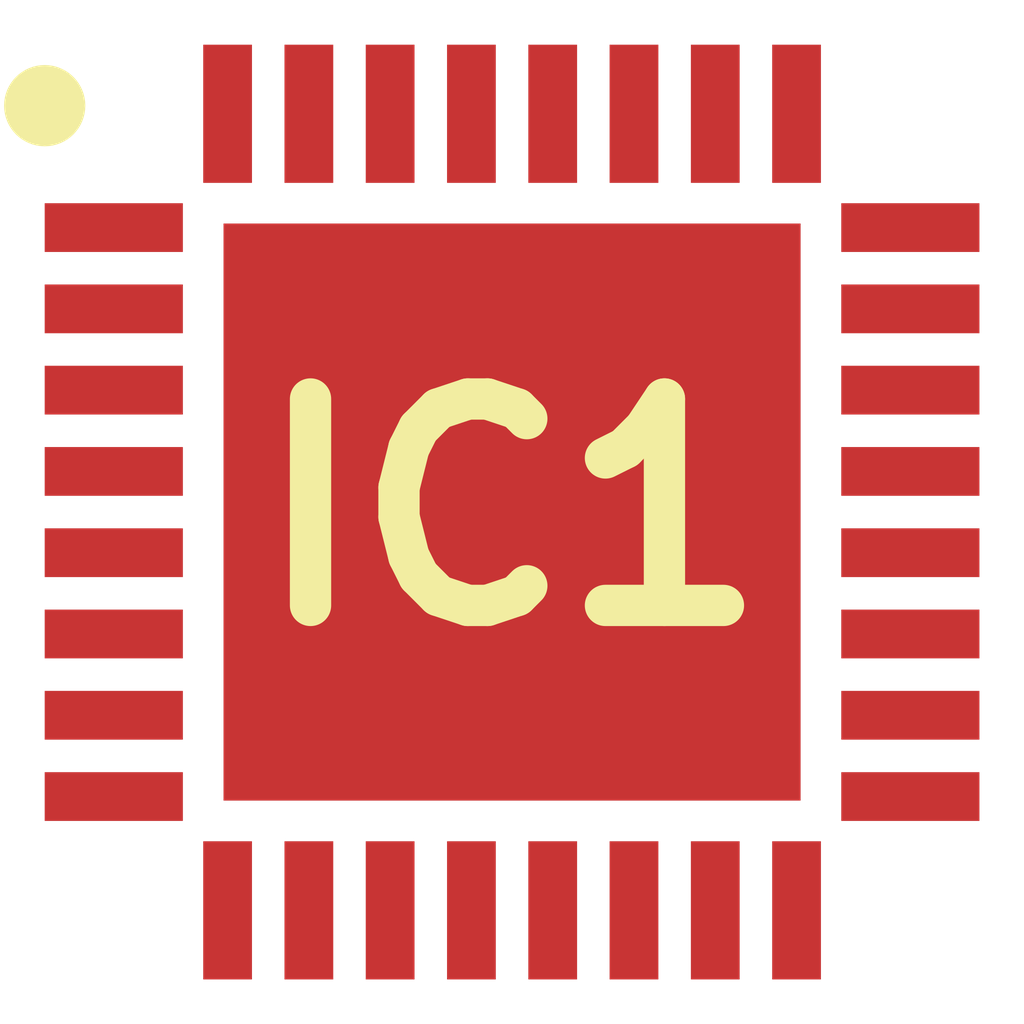
<source format=kicad_pcb>
(kicad_pcb (version 20171130) (host pcbnew "(5.1.5)-3")

  (general
    (thickness 1.6)
    (drawings 0)
    (tracks 0)
    (zones 0)
    (modules 1)
    (nets 34)
  )

  (page A4)
  (layers
    (0 F.Cu signal)
    (31 B.Cu signal)
    (32 B.Adhes user)
    (33 F.Adhes user)
    (34 B.Paste user)
    (35 F.Paste user)
    (36 B.SilkS user)
    (37 F.SilkS user)
    (38 B.Mask user)
    (39 F.Mask user)
    (40 Dwgs.User user)
    (41 Cmts.User user)
    (42 Eco1.User user)
    (43 Eco2.User user)
    (44 Edge.Cuts user)
    (45 Margin user)
    (46 B.CrtYd user)
    (47 F.CrtYd user)
    (48 B.Fab user)
    (49 F.Fab user)
  )

  (setup
    (last_trace_width 0.25)
    (trace_clearance 0.2)
    (zone_clearance 0.508)
    (zone_45_only no)
    (trace_min 0.2)
    (via_size 0.8)
    (via_drill 0.4)
    (via_min_size 0.4)
    (via_min_drill 0.3)
    (uvia_size 0.3)
    (uvia_drill 0.1)
    (uvias_allowed no)
    (uvia_min_size 0.2)
    (uvia_min_drill 0.1)
    (edge_width 0.1)
    (segment_width 0.2)
    (pcb_text_width 0.3)
    (pcb_text_size 1.5 1.5)
    (mod_edge_width 0.15)
    (mod_text_size 1 1)
    (mod_text_width 0.15)
    (pad_size 1.524 1.524)
    (pad_drill 0.762)
    (pad_to_mask_clearance 0)
    (aux_axis_origin 0 0)
    (visible_elements FFFFFF7F)
    (pcbplotparams
      (layerselection 0x010fc_ffffffff)
      (usegerberextensions false)
      (usegerberattributes false)
      (usegerberadvancedattributes false)
      (creategerberjobfile false)
      (excludeedgelayer true)
      (linewidth 0.100000)
      (plotframeref false)
      (viasonmask false)
      (mode 1)
      (useauxorigin false)
      (hpglpennumber 1)
      (hpglpenspeed 20)
      (hpglpendiameter 15.000000)
      (psnegative false)
      (psa4output false)
      (plotreference true)
      (plotvalue true)
      (plotinvisibletext false)
      (padsonsilk false)
      (subtractmaskfromsilk false)
      (outputformat 1)
      (mirror false)
      (drillshape 1)
      (scaleselection 1)
      (outputdirectory ""))
  )

  (net 0 "")
  (net 1 "Net-(IC1-Pad33)")
  (net 2 "Net-(IC1-Pad32)")
  (net 3 "Net-(IC1-Pad31)")
  (net 4 "Net-(IC1-Pad30)")
  (net 5 "Net-(IC1-Pad29)")
  (net 6 "Net-(IC1-Pad28)")
  (net 7 "Net-(IC1-Pad27)")
  (net 8 "Net-(IC1-Pad26)")
  (net 9 "Net-(IC1-Pad25)")
  (net 10 "Net-(IC1-Pad24)")
  (net 11 "Net-(IC1-Pad23)")
  (net 12 "Net-(IC1-Pad22)")
  (net 13 "Net-(IC1-Pad21)")
  (net 14 "Net-(IC1-Pad20)")
  (net 15 "Net-(IC1-Pad19)")
  (net 16 "Net-(IC1-Pad18)")
  (net 17 "Net-(IC1-Pad17)")
  (net 18 "Net-(IC1-Pad16)")
  (net 19 "Net-(IC1-Pad15)")
  (net 20 "Net-(IC1-Pad14)")
  (net 21 "Net-(IC1-Pad13)")
  (net 22 "Net-(IC1-Pad12)")
  (net 23 "Net-(IC1-Pad11)")
  (net 24 "Net-(IC1-Pad10)")
  (net 25 "Net-(IC1-Pad9)")
  (net 26 "Net-(IC1-Pad8)")
  (net 27 "Net-(IC1-Pad7)")
  (net 28 "Net-(IC1-Pad6)")
  (net 29 "Net-(IC1-Pad5)")
  (net 30 "Net-(IC1-Pad4)")
  (net 31 "Net-(IC1-Pad3)")
  (net 32 "Net-(IC1-Pad2)")
  (net 33 "Net-(IC1-Pad1)")

  (net_class Default 这是默认网络类。
    (clearance 0.2)
    (trace_width 0.25)
    (via_dia 0.8)
    (via_drill 0.4)
    (uvia_dia 0.3)
    (uvia_drill 0.1)
    (add_net "Net-(IC1-Pad1)")
    (add_net "Net-(IC1-Pad10)")
    (add_net "Net-(IC1-Pad11)")
    (add_net "Net-(IC1-Pad12)")
    (add_net "Net-(IC1-Pad13)")
    (add_net "Net-(IC1-Pad14)")
    (add_net "Net-(IC1-Pad15)")
    (add_net "Net-(IC1-Pad16)")
    (add_net "Net-(IC1-Pad17)")
    (add_net "Net-(IC1-Pad18)")
    (add_net "Net-(IC1-Pad19)")
    (add_net "Net-(IC1-Pad2)")
    (add_net "Net-(IC1-Pad20)")
    (add_net "Net-(IC1-Pad21)")
    (add_net "Net-(IC1-Pad22)")
    (add_net "Net-(IC1-Pad23)")
    (add_net "Net-(IC1-Pad24)")
    (add_net "Net-(IC1-Pad25)")
    (add_net "Net-(IC1-Pad26)")
    (add_net "Net-(IC1-Pad27)")
    (add_net "Net-(IC1-Pad28)")
    (add_net "Net-(IC1-Pad29)")
    (add_net "Net-(IC1-Pad3)")
    (add_net "Net-(IC1-Pad30)")
    (add_net "Net-(IC1-Pad31)")
    (add_net "Net-(IC1-Pad32)")
    (add_net "Net-(IC1-Pad33)")
    (add_net "Net-(IC1-Pad4)")
    (add_net "Net-(IC1-Pad5)")
    (add_net "Net-(IC1-Pad6)")
    (add_net "Net-(IC1-Pad7)")
    (add_net "Net-(IC1-Pad8)")
    (add_net "Net-(IC1-Pad9)")
  )

  (module QFN50P500X500X80-33N-D:QFN50P500X500X80-33N-D (layer F.Cu) (tedit 0) (tstamp 5EE371F5)
    (at 143.3 112.79)
    (descr LTC2662HUH-16#PBF)
    (tags "Integrated Circuit")
    (path /5EE31646)
    (attr smd)
    (fp_text reference IC1 (at 0 0) (layer F.SilkS)
      (effects (font (size 1.27 1.27) (thickness 0.254)))
    )
    (fp_text value LTC2662HUH-16#PBF (at 0 0) (layer F.SilkS) hide
      (effects (font (size 1.27 1.27) (thickness 0.254)))
    )
    (fp_circle (center -2.875 -2.5) (end -2.875 -2.375) (layer F.SilkS) (width 0.25))
    (fp_line (start -2.5 -2) (end -2 -2.5) (layer F.Fab) (width 0.1))
    (fp_line (start -2.5 2.5) (end -2.5 -2.5) (layer F.Fab) (width 0.1))
    (fp_line (start 2.5 2.5) (end -2.5 2.5) (layer F.Fab) (width 0.1))
    (fp_line (start 2.5 -2.5) (end 2.5 2.5) (layer F.Fab) (width 0.1))
    (fp_line (start -2.5 -2.5) (end 2.5 -2.5) (layer F.Fab) (width 0.1))
    (fp_line (start -3.125 3.125) (end -3.125 -3.125) (layer F.CrtYd) (width 0.05))
    (fp_line (start 3.125 3.125) (end -3.125 3.125) (layer F.CrtYd) (width 0.05))
    (fp_line (start 3.125 -3.125) (end 3.125 3.125) (layer F.CrtYd) (width 0.05))
    (fp_line (start -3.125 -3.125) (end 3.125 -3.125) (layer F.CrtYd) (width 0.05))
    (fp_text user %R (at 0 0) (layer F.Fab)
      (effects (font (size 1.27 1.27) (thickness 0.254)))
    )
    (pad 33 smd rect (at 0 0) (size 3.55 3.55) (layers F.Cu F.Paste F.Mask)
      (net 1 "Net-(IC1-Pad33)"))
    (pad 32 smd rect (at -1.75 -2.45) (size 0.3 0.85) (layers F.Cu F.Paste F.Mask)
      (net 2 "Net-(IC1-Pad32)"))
    (pad 31 smd rect (at -1.25 -2.45) (size 0.3 0.85) (layers F.Cu F.Paste F.Mask)
      (net 3 "Net-(IC1-Pad31)"))
    (pad 30 smd rect (at -0.75 -2.45) (size 0.3 0.85) (layers F.Cu F.Paste F.Mask)
      (net 4 "Net-(IC1-Pad30)"))
    (pad 29 smd rect (at -0.25 -2.45) (size 0.3 0.85) (layers F.Cu F.Paste F.Mask)
      (net 5 "Net-(IC1-Pad29)"))
    (pad 28 smd rect (at 0.25 -2.45) (size 0.3 0.85) (layers F.Cu F.Paste F.Mask)
      (net 6 "Net-(IC1-Pad28)"))
    (pad 27 smd rect (at 0.75 -2.45) (size 0.3 0.85) (layers F.Cu F.Paste F.Mask)
      (net 7 "Net-(IC1-Pad27)"))
    (pad 26 smd rect (at 1.25 -2.45) (size 0.3 0.85) (layers F.Cu F.Paste F.Mask)
      (net 8 "Net-(IC1-Pad26)"))
    (pad 25 smd rect (at 1.75 -2.45) (size 0.3 0.85) (layers F.Cu F.Paste F.Mask)
      (net 9 "Net-(IC1-Pad25)"))
    (pad 24 smd rect (at 2.45 -1.75 90) (size 0.3 0.85) (layers F.Cu F.Paste F.Mask)
      (net 10 "Net-(IC1-Pad24)"))
    (pad 23 smd rect (at 2.45 -1.25 90) (size 0.3 0.85) (layers F.Cu F.Paste F.Mask)
      (net 11 "Net-(IC1-Pad23)"))
    (pad 22 smd rect (at 2.45 -0.75 90) (size 0.3 0.85) (layers F.Cu F.Paste F.Mask)
      (net 12 "Net-(IC1-Pad22)"))
    (pad 21 smd rect (at 2.45 -0.25 90) (size 0.3 0.85) (layers F.Cu F.Paste F.Mask)
      (net 13 "Net-(IC1-Pad21)"))
    (pad 20 smd rect (at 2.45 0.25 90) (size 0.3 0.85) (layers F.Cu F.Paste F.Mask)
      (net 14 "Net-(IC1-Pad20)"))
    (pad 19 smd rect (at 2.45 0.75 90) (size 0.3 0.85) (layers F.Cu F.Paste F.Mask)
      (net 15 "Net-(IC1-Pad19)"))
    (pad 18 smd rect (at 2.45 1.25 90) (size 0.3 0.85) (layers F.Cu F.Paste F.Mask)
      (net 16 "Net-(IC1-Pad18)"))
    (pad 17 smd rect (at 2.45 1.75 90) (size 0.3 0.85) (layers F.Cu F.Paste F.Mask)
      (net 17 "Net-(IC1-Pad17)"))
    (pad 16 smd rect (at 1.75 2.45) (size 0.3 0.85) (layers F.Cu F.Paste F.Mask)
      (net 18 "Net-(IC1-Pad16)"))
    (pad 15 smd rect (at 1.25 2.45) (size 0.3 0.85) (layers F.Cu F.Paste F.Mask)
      (net 19 "Net-(IC1-Pad15)"))
    (pad 14 smd rect (at 0.75 2.45) (size 0.3 0.85) (layers F.Cu F.Paste F.Mask)
      (net 20 "Net-(IC1-Pad14)"))
    (pad 13 smd rect (at 0.25 2.45) (size 0.3 0.85) (layers F.Cu F.Paste F.Mask)
      (net 21 "Net-(IC1-Pad13)"))
    (pad 12 smd rect (at -0.25 2.45) (size 0.3 0.85) (layers F.Cu F.Paste F.Mask)
      (net 22 "Net-(IC1-Pad12)"))
    (pad 11 smd rect (at -0.75 2.45) (size 0.3 0.85) (layers F.Cu F.Paste F.Mask)
      (net 23 "Net-(IC1-Pad11)"))
    (pad 10 smd rect (at -1.25 2.45) (size 0.3 0.85) (layers F.Cu F.Paste F.Mask)
      (net 24 "Net-(IC1-Pad10)"))
    (pad 9 smd rect (at -1.75 2.45) (size 0.3 0.85) (layers F.Cu F.Paste F.Mask)
      (net 25 "Net-(IC1-Pad9)"))
    (pad 8 smd rect (at -2.45 1.75 90) (size 0.3 0.85) (layers F.Cu F.Paste F.Mask)
      (net 26 "Net-(IC1-Pad8)"))
    (pad 7 smd rect (at -2.45 1.25 90) (size 0.3 0.85) (layers F.Cu F.Paste F.Mask)
      (net 27 "Net-(IC1-Pad7)"))
    (pad 6 smd rect (at -2.45 0.75 90) (size 0.3 0.85) (layers F.Cu F.Paste F.Mask)
      (net 28 "Net-(IC1-Pad6)"))
    (pad 5 smd rect (at -2.45 0.25 90) (size 0.3 0.85) (layers F.Cu F.Paste F.Mask)
      (net 29 "Net-(IC1-Pad5)"))
    (pad 4 smd rect (at -2.45 -0.25 90) (size 0.3 0.85) (layers F.Cu F.Paste F.Mask)
      (net 30 "Net-(IC1-Pad4)"))
    (pad 3 smd rect (at -2.45 -0.75 90) (size 0.3 0.85) (layers F.Cu F.Paste F.Mask)
      (net 31 "Net-(IC1-Pad3)"))
    (pad 2 smd rect (at -2.45 -1.25 90) (size 0.3 0.85) (layers F.Cu F.Paste F.Mask)
      (net 32 "Net-(IC1-Pad2)"))
    (pad 1 smd rect (at -2.45 -1.75 90) (size 0.3 0.85) (layers F.Cu F.Paste F.Mask)
      (net 33 "Net-(IC1-Pad1)"))
    (model LTC2662HUH-16#PBF.stp
      (at (xyz 0 0 0))
      (scale (xyz 1 1 1))
      (rotate (xyz 0 0 0))
    )
  )

)

</source>
